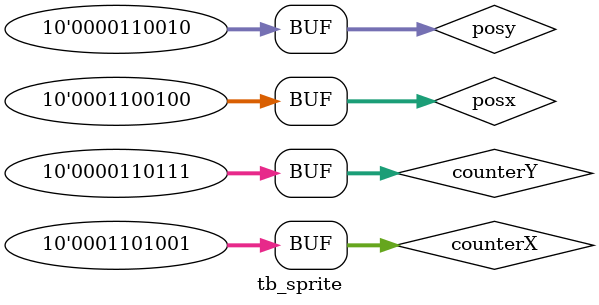
<source format=sv>
module tb_sprite();
	logic[9:0] posx, posy, counterX, counterY;
	logic [23:0] RGB;
    //ROM
    logic [9:0] address;
    logic [2:0] color;
	 logic x63, y63;
	 
	 sprite65 spr(clk, posx, posy, counterX, counterY, RGB);
	 
	 initial begin
		posx=10'd100;
		posy=10'd50;
		counterX=10'd90;
		counterY=10'd40;
		#10;
		counterX=10'd100;
		counterY=10'd40;
		#10;
		counterX=10'd100;
		counterY=10'd50;
		#10;
		counterX=10'd102;
		counterY=10'd50;
		#10;
		counterX=10'd105;
		counterY=10'd55;
		
		
		
	 end
	 
	 
	 

endmodule 

//do ROM_run_msim_rtl_verilog.do


//vsim -L altera_mf_ver -L lpm_ver tb_VGA
</source>
